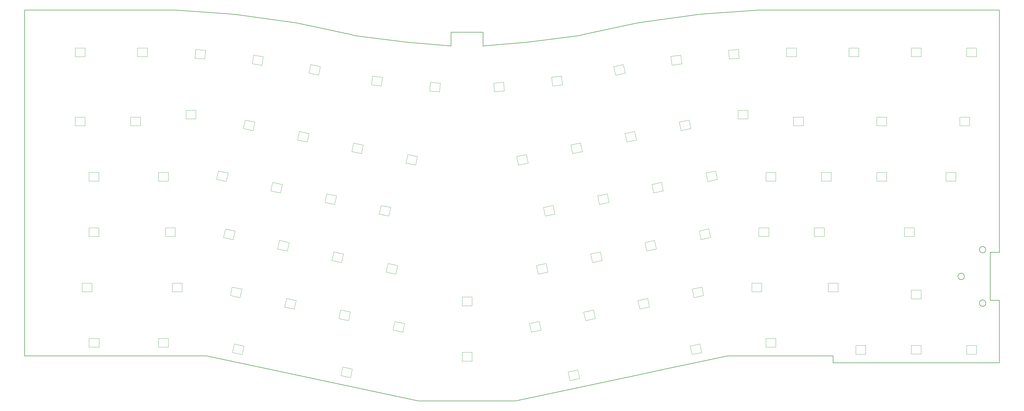
<source format=gbr>
%TF.GenerationSoftware,KiCad,Pcbnew,7.0.10*%
%TF.CreationDate,2024-01-28T19:05:54+01:00*%
%TF.ProjectId,Wonderland,576f6e64-6572-46c6-916e-642e6b696361,rev?*%
%TF.SameCoordinates,Original*%
%TF.FileFunction,Profile,NP*%
%FSLAX46Y46*%
G04 Gerber Fmt 4.6, Leading zero omitted, Abs format (unit mm)*
G04 Created by KiCad (PCBNEW 7.0.10) date 2024-01-28 19:05:54*
%MOMM*%
%LPD*%
G01*
G04 APERTURE LIST*
%TA.AperFunction,Profile*%
%ADD10C,0.200000*%
%TD*%
%TA.AperFunction,Profile*%
%ADD11C,0.120000*%
%TD*%
G04 APERTURE END LIST*
D10*
X274767384Y-133023528D02*
X275267384Y-133023528D01*
X213314991Y-123220069D02*
X215137378Y-123359057D01*
X386982251Y-240907303D02*
X384061141Y-240907303D01*
X202007535Y-240907303D02*
X178195035Y-240907303D01*
X396507251Y-121844803D02*
X415557251Y-121844803D01*
X354987802Y-126010305D02*
X373852409Y-123359057D01*
X474319751Y-221772928D02*
X477469751Y-221772928D01*
X173432535Y-121844803D02*
X192482535Y-121844803D01*
X234001984Y-126010305D02*
X235811455Y-126241200D01*
X458419751Y-121844803D02*
X477469751Y-121844803D01*
X410794751Y-240907303D02*
X386982251Y-240907303D01*
X204928645Y-240907303D02*
X226549421Y-245502941D01*
X288994893Y-129479169D02*
X288994893Y-134224530D01*
X142476285Y-240907303D02*
X154382535Y-240907303D01*
X334544620Y-130201917D02*
X353178332Y-126241200D01*
X353178332Y-126241200D02*
X354987802Y-126010305D01*
X474319751Y-221772928D02*
X474319751Y-205272928D01*
X353123509Y-247483300D02*
X362440365Y-245502941D01*
X142476285Y-221857303D02*
X142476285Y-240907303D01*
X439369751Y-243288553D02*
X420319751Y-243288553D01*
X472819753Y-204322929D02*
G75*
G03*
X470619751Y-204322929I-1100001J0D01*
G01*
X470619751Y-204322929D02*
G75*
G03*
X472819753Y-204322929I1100001J0D01*
G01*
X275267384Y-133023528D02*
X288994893Y-134224530D01*
X254445166Y-130201917D02*
X255859380Y-130701917D01*
X472819752Y-222722926D02*
G75*
G03*
X470619750Y-222722926I-1100001J0D01*
G01*
X470619750Y-222722926D02*
G75*
G03*
X472819752Y-222722926I1100001J0D01*
G01*
X277792128Y-256394914D02*
X226549421Y-245502941D01*
X333130406Y-130701917D02*
X334544620Y-130201917D01*
X235811455Y-126241200D02*
X254445166Y-130201917D01*
X477469751Y-121844803D02*
X477469751Y-140894803D01*
X314222402Y-133023528D02*
X333130406Y-130701917D01*
X194311396Y-121891208D02*
X213314991Y-123220069D01*
X477469751Y-221772928D02*
X477469751Y-243288553D01*
X394678390Y-121891208D02*
X396507251Y-121844803D01*
X255859380Y-130701917D02*
X274767384Y-133023528D01*
X477469751Y-205272928D02*
X477469751Y-140894803D01*
X477469751Y-243288553D02*
X458419751Y-243288553D01*
X288994893Y-129479169D02*
X299994893Y-129479169D01*
X171051285Y-121844803D02*
X173432535Y-121844803D01*
X474319751Y-205272928D02*
X477469751Y-205272928D01*
X439369751Y-121844803D02*
X458419751Y-121844803D01*
X465469751Y-213522928D02*
G75*
G03*
X463269751Y-213522928I-1100000J0D01*
G01*
X463269751Y-213522928D02*
G75*
G03*
X465469751Y-213522928I1100000J0D01*
G01*
X202007535Y-240907303D02*
X204928645Y-240907303D01*
X417938501Y-121844803D02*
X436988501Y-121844803D01*
X142476285Y-121844803D02*
X142476285Y-202807303D01*
X299994893Y-134224530D02*
X313722402Y-133023528D01*
X420319751Y-240907303D02*
X420319751Y-243288553D01*
X192482535Y-121844803D02*
X194311396Y-121891208D01*
X142476285Y-221857303D02*
X142476285Y-202807303D01*
X353123509Y-247483300D02*
X311197658Y-256394914D01*
X458419751Y-243288553D02*
X439369751Y-243288553D01*
X313722402Y-133023528D02*
X314222402Y-133023528D01*
X436988501Y-121844803D02*
X439369751Y-121844803D01*
X373852409Y-123359057D02*
X375674795Y-123220069D01*
X375674795Y-123220069D02*
X394678390Y-121891208D01*
X277792128Y-256394914D02*
X311197658Y-256394914D01*
X152001285Y-121844803D02*
X142476285Y-121844803D01*
X410794751Y-240907303D02*
X420319751Y-240907303D01*
X362440365Y-245502941D02*
X384061141Y-240907303D01*
X152001285Y-121844803D02*
X171051285Y-121844803D01*
X415557251Y-121844803D02*
X417938501Y-121844803D01*
X299994893Y-129479169D02*
X299994893Y-134224530D01*
X178195035Y-240907303D02*
X154382535Y-240907303D01*
X215137378Y-123359057D02*
X234001984Y-126010305D01*
D11*
%TO.C,RGBF7*%
X428145000Y-237265000D02*
X431545000Y-237265000D01*
X428145000Y-240265000D02*
X428145000Y-237265000D01*
X431545000Y-237265000D02*
X431545000Y-240265000D01*
X431545000Y-240265000D02*
X428145000Y-240265000D01*
%TO.C,RGBE8*%
X334600282Y-225791228D02*
X337925983Y-225084329D01*
X335224017Y-228725671D02*
X334600282Y-225791228D01*
X337925983Y-225084329D02*
X338549718Y-228018772D01*
X338549718Y-228018772D02*
X335224017Y-228725671D01*
%TO.C,RGBA3*%
X221075971Y-137344448D02*
X224442882Y-137817636D01*
X220658452Y-140315252D02*
X221075971Y-137344448D01*
X224442882Y-137817636D02*
X224025363Y-140788440D01*
X224025363Y-140788440D02*
X220658452Y-140315252D01*
%TO.C,RGBC6*%
X320731939Y-189785014D02*
X324057640Y-189078115D01*
X321355674Y-192719457D02*
X320731939Y-189785014D01*
X324057640Y-189078115D02*
X324681375Y-192012558D01*
X324681375Y-192012558D02*
X321355674Y-192719457D01*
%TO.C,RGBF1*%
X188405000Y-234875000D02*
X191805000Y-234875000D01*
X188405000Y-237875000D02*
X188405000Y-234875000D01*
X191805000Y-234875000D02*
X191805000Y-237875000D01*
X191805000Y-237875000D02*
X188405000Y-237875000D01*
%TO.C,RGBD11*%
X394805000Y-196785000D02*
X398205000Y-196785000D01*
X394805000Y-199785000D02*
X394805000Y-196785000D01*
X398205000Y-196785000D02*
X398205000Y-199785000D01*
X398205000Y-199785000D02*
X394805000Y-199785000D01*
%TO.C,RGBA10*%
X364552785Y-137816192D02*
X367919696Y-137343004D01*
X364970304Y-140786996D02*
X364552785Y-137816192D01*
X367919696Y-137343004D02*
X368337215Y-140313808D01*
X368337215Y-140313808D02*
X364970304Y-140786996D01*
%TO.C,RGBF3*%
X251763807Y-244697765D02*
X255089508Y-245404664D01*
X251140072Y-247632208D02*
X251763807Y-244697765D01*
X255089508Y-245404664D02*
X254465773Y-248339107D01*
X254465773Y-248339107D02*
X251140072Y-247632208D01*
%TO.C,RGBA5*%
X262030476Y-144579003D02*
X265405132Y-144993359D01*
X261664868Y-147556641D02*
X262030476Y-144579003D01*
X265405132Y-144993359D02*
X265039524Y-147970997D01*
X265039524Y-147970997D02*
X261664868Y-147556641D01*
%TO.C,RGBF10*%
X447195000Y-134865000D02*
X450595000Y-134865000D01*
X447195000Y-137865000D02*
X447195000Y-134865000D01*
X450595000Y-134865000D02*
X450595000Y-137865000D01*
X450595000Y-137865000D02*
X447195000Y-137865000D01*
%TO.C,RGBA11*%
X384394506Y-135667240D02*
X387786224Y-135430068D01*
X384603776Y-138659932D02*
X384394506Y-135667240D01*
X387786224Y-135430068D02*
X387995494Y-138422760D01*
X387995494Y-138422760D02*
X384603776Y-138659932D01*
%TO.C,RGBB8*%
X330171939Y-168295014D02*
X333497640Y-167588115D01*
X330795674Y-171229457D02*
X330171939Y-168295014D01*
X333497640Y-167588115D02*
X334121375Y-170522558D01*
X334121375Y-170522558D02*
X330795674Y-171229457D01*
%TO.C,RGBA9*%
X344911939Y-141315013D02*
X348237640Y-140608114D01*
X345535674Y-144249456D02*
X344911939Y-141315013D01*
X348237640Y-140608114D02*
X348861375Y-143542557D01*
X348861375Y-143542557D02*
X345535674Y-144249456D01*
%TO.C,RGBB13*%
X435295000Y-158675000D02*
X438695000Y-158675000D01*
X435295000Y-161675000D02*
X435295000Y-158675000D01*
X438695000Y-158675000D02*
X438695000Y-161675000D01*
X438695000Y-161675000D02*
X435295000Y-161675000D01*
%TO.C,RGBB10*%
X367441939Y-160375014D02*
X370767640Y-159668115D01*
X368065674Y-163309457D02*
X367441939Y-160375014D01*
X370767640Y-159668115D02*
X371391375Y-162602558D01*
X371391375Y-162602558D02*
X368065674Y-163309457D01*
%TO.C,RGBC1*%
X188405000Y-177735000D02*
X191805000Y-177735000D01*
X188405000Y-180735000D02*
X188405000Y-177735000D01*
X191805000Y-177735000D02*
X191805000Y-180735000D01*
X191805000Y-180735000D02*
X188405000Y-180735000D01*
%TO.C,RGBD12*%
X413855000Y-196765000D02*
X417255000Y-196765000D01*
X413855000Y-199765000D02*
X413855000Y-196765000D01*
X417255000Y-196765000D02*
X417255000Y-199765000D01*
X417255000Y-199765000D02*
X413855000Y-199765000D01*
%TO.C,RGBB1*%
X178875000Y-158665000D02*
X182275000Y-158665000D01*
X178875000Y-161665000D02*
X178875000Y-158665000D01*
X182275000Y-158665000D02*
X182275000Y-161665000D01*
X182275000Y-161665000D02*
X178875000Y-161665000D01*
%TO.C,RGBB0*%
X159825000Y-158685000D02*
X163225000Y-158685000D01*
X159825000Y-161685000D02*
X159825000Y-158685000D01*
X163225000Y-158685000D02*
X163225000Y-161685000D01*
X163225000Y-161685000D02*
X159825000Y-161685000D01*
%TO.C,RGBD4*%
X248683807Y-205087765D02*
X252009508Y-205794664D01*
X248060072Y-208022208D02*
X248683807Y-205087765D01*
X252009508Y-205794664D02*
X251385773Y-208729107D01*
X251385773Y-208729107D02*
X248060072Y-208022208D01*
%TO.C,RGBE5*%
X269693807Y-229047765D02*
X273019508Y-229754664D01*
X269070072Y-231982208D02*
X269693807Y-229047765D01*
X273019508Y-229754664D02*
X272395773Y-232689107D01*
X272395773Y-232689107D02*
X269070072Y-231982208D01*
%TO.C,RGBF6*%
X397195000Y-234885000D02*
X400595000Y-234885000D01*
X397195000Y-237885000D02*
X397195000Y-234885000D01*
X400595000Y-234885000D02*
X400595000Y-237885000D01*
X400595000Y-237885000D02*
X397195000Y-237885000D01*
%TO.C,RGBD7*%
X318351939Y-209765014D02*
X321677640Y-209058115D01*
X318975674Y-212699457D02*
X318351939Y-209765014D01*
X321677640Y-209058115D02*
X322301375Y-211992558D01*
X322301375Y-211992558D02*
X318975674Y-212699457D01*
%TO.C,RGBB6*%
X274124017Y-171554329D02*
X277449718Y-172261228D01*
X273500282Y-174488772D02*
X274124017Y-171554329D01*
X277449718Y-172261228D02*
X276825983Y-175195671D01*
X276825983Y-175195671D02*
X273500282Y-174488772D01*
%TO.C,RGBF11*%
X466245000Y-134875000D02*
X469645000Y-134875000D01*
X466245000Y-137875000D02*
X466245000Y-134875000D01*
X469645000Y-134875000D02*
X469645000Y-137875000D01*
X469645000Y-137875000D02*
X466245000Y-137875000D01*
%TO.C,RGBF8*%
X447195000Y-237255000D02*
X450595000Y-237255000D01*
X447195000Y-240255000D02*
X447195000Y-237255000D01*
X450595000Y-237255000D02*
X450595000Y-240255000D01*
X450595000Y-240255000D02*
X447195000Y-240255000D01*
%TO.C,RGBE3*%
X232424017Y-221114329D02*
X235749718Y-221821228D01*
X231800282Y-224048772D02*
X232424017Y-221114329D01*
X235749718Y-221821228D02*
X235125983Y-224755671D01*
X235125983Y-224755671D02*
X231800282Y-224048772D01*
%TO.C,RGBD1*%
X190785000Y-196785000D02*
X194185000Y-196785000D01*
X190785000Y-199785000D02*
X190785000Y-196785000D01*
X194185000Y-196785000D02*
X194185000Y-199785000D01*
X194185000Y-199785000D02*
X190785000Y-199785000D01*
%TO.C,RGBF5*%
X371171939Y-237485014D02*
X374497640Y-236778115D01*
X371795674Y-240419457D02*
X371171939Y-237485014D01*
X374497640Y-236778115D02*
X375121375Y-239712558D01*
X375121375Y-239712558D02*
X371795674Y-240419457D01*
%TO.C,RGBB11*%
X387665000Y-156305000D02*
X391065000Y-156305000D01*
X387665000Y-159305000D02*
X387665000Y-156305000D01*
X391065000Y-156305000D02*
X391065000Y-159305000D01*
X391065000Y-159305000D02*
X387665000Y-159305000D01*
%TO.C,RGBE11*%
X392425000Y-215835000D02*
X395825000Y-215835000D01*
X392425000Y-218835000D02*
X392425000Y-215835000D01*
X395825000Y-215835000D02*
X395825000Y-218835000D01*
X395825000Y-218835000D02*
X392425000Y-218835000D01*
%TO.C,RGBB7*%
X311541939Y-172265014D02*
X314867640Y-171558115D01*
X312165674Y-175199457D02*
X311541939Y-172265014D01*
X314867640Y-171558115D02*
X315491375Y-174492558D01*
X315491375Y-174492558D02*
X312165674Y-175199457D01*
%TO.C,RGBE12*%
X418625000Y-215835000D02*
X422025000Y-215835000D01*
X418625000Y-218835000D02*
X418625000Y-215835000D01*
X422025000Y-215835000D02*
X422025000Y-218835000D01*
X422025000Y-218835000D02*
X418625000Y-218835000D01*
%TO.C,RGBA13*%
X425765000Y-134865000D02*
X429165000Y-134865000D01*
X425765000Y-137865000D02*
X425765000Y-134865000D01*
X429165000Y-134865000D02*
X429165000Y-137865000D01*
X429165000Y-137865000D02*
X425765000Y-137865000D01*
%TO.C,RGBB9*%
X348810282Y-164341228D02*
X352135983Y-163634329D01*
X349434017Y-167275671D02*
X348810282Y-164341228D01*
X352135983Y-163634329D02*
X352759718Y-166568772D01*
X352759718Y-166568772D02*
X349434017Y-167275671D01*
%TO.C,RGBE13*%
X447195000Y-218215000D02*
X450595000Y-218215000D01*
X447195000Y-221215000D02*
X447195000Y-218215000D01*
X450595000Y-218215000D02*
X450595000Y-221215000D01*
X450595000Y-221215000D02*
X447195000Y-221215000D01*
%TO.C,RGBC10*%
X397185000Y-177725000D02*
X400585000Y-177725000D01*
X397185000Y-180725000D02*
X397185000Y-177725000D01*
X400585000Y-177725000D02*
X400585000Y-180725000D01*
X400585000Y-180725000D02*
X397185000Y-180725000D01*
%TO.C,RGBF4*%
X329241939Y-246395014D02*
X332567640Y-245688115D01*
X329865674Y-249329457D02*
X329241939Y-246395014D01*
X332567640Y-245688115D02*
X333191375Y-248622558D01*
X333191375Y-248622558D02*
X329865674Y-249329457D01*
%TO.C,RGBD9*%
X355611939Y-201835014D02*
X358937640Y-201128115D01*
X356235674Y-204769457D02*
X355611939Y-201835014D01*
X358937640Y-201128115D02*
X359561375Y-204062558D01*
X359561375Y-204062558D02*
X356235674Y-204769457D01*
%TO.C,RGBC0*%
X164585000Y-177735000D02*
X167985000Y-177735000D01*
X164585000Y-180735000D02*
X164585000Y-177735000D01*
X167985000Y-177735000D02*
X167985000Y-180735000D01*
X167985000Y-180735000D02*
X164585000Y-180735000D01*
%TO.C,RGBC11*%
X416245000Y-177735000D02*
X419645000Y-177735000D01*
X416245000Y-180735000D02*
X416245000Y-177735000D01*
X419645000Y-177735000D02*
X419645000Y-180735000D01*
X419645000Y-180735000D02*
X416245000Y-180735000D01*
%TO.C,RGBA8*%
X323574868Y-144993359D02*
X326949524Y-144579003D01*
X323940476Y-147970997D02*
X323574868Y-144993359D01*
X326949524Y-144579003D02*
X327315132Y-147556641D01*
X327315132Y-147556641D02*
X323940476Y-147970997D01*
%TO.C,RGBA1*%
X181255000Y-134865000D02*
X184655000Y-134865000D01*
X181255000Y-137865000D02*
X181255000Y-134865000D01*
X184655000Y-134865000D02*
X184655000Y-137865000D01*
X184655000Y-137865000D02*
X181255000Y-137865000D01*
%TO.C,RGBC13*%
X459105000Y-177725000D02*
X462505000Y-177725000D01*
X459105000Y-180725000D02*
X459105000Y-177725000D01*
X462505000Y-177725000D02*
X462505000Y-180725000D01*
X462505000Y-180725000D02*
X459105000Y-180725000D01*
%TO.C,RGBD10*%
X374251939Y-197875014D02*
X377577640Y-197168115D01*
X374875674Y-200809457D02*
X374251939Y-197875014D01*
X377577640Y-197168115D02*
X378201375Y-200102558D01*
X378201375Y-200102558D02*
X374875674Y-200809457D01*
%TO.C,RGBF12*%
X463865000Y-158685000D02*
X467265000Y-158685000D01*
X463865000Y-161685000D02*
X463865000Y-158685000D01*
X467265000Y-158685000D02*
X467265000Y-161685000D01*
X467265000Y-161685000D02*
X463865000Y-161685000D01*
%TO.C,RGBA7*%
X303675805Y-146978265D02*
X307062867Y-146681935D01*
X303937273Y-149966849D02*
X303675805Y-146978265D01*
X307062867Y-146681935D02*
X307324335Y-149670519D01*
X307324335Y-149670519D02*
X303937273Y-149966849D01*
%TO.C,RGBE9*%
X353230282Y-221821228D02*
X356555983Y-221114329D01*
X353854017Y-224755671D02*
X353230282Y-221821228D01*
X356555983Y-221114329D02*
X357179718Y-224048772D01*
X357179718Y-224048772D02*
X353854017Y-224755671D01*
%TO.C,RGBE1*%
X193175000Y-215835000D02*
X196575000Y-215835000D01*
X193175000Y-218835000D02*
X193175000Y-215835000D01*
X196575000Y-215835000D02*
X196575000Y-218835000D01*
X196575000Y-218835000D02*
X193175000Y-218835000D01*
%TO.C,RGBC2*%
X209034017Y-177194329D02*
X212359718Y-177901228D01*
X208410282Y-180128772D02*
X209034017Y-177194329D01*
X212359718Y-177901228D02*
X211735983Y-180835671D01*
X211735983Y-180835671D02*
X208410282Y-180128772D01*
%TO.C,RGBC5*%
X264934017Y-189074329D02*
X268259718Y-189781228D01*
X264310282Y-192008772D02*
X264934017Y-189074329D01*
X268259718Y-189781228D02*
X267635983Y-192715671D01*
X267635983Y-192715671D02*
X264310282Y-192008772D01*
%TO.C,RGBD8*%
X336980282Y-205801228D02*
X340305983Y-205094329D01*
X337604017Y-208735671D02*
X336980282Y-205801228D01*
X340305983Y-205094329D02*
X340929718Y-208028772D01*
X340929718Y-208028772D02*
X337604017Y-208735671D01*
%TO.C,RGBB3*%
X218224017Y-159664329D02*
X221549718Y-160371228D01*
X217600282Y-162598772D02*
X218224017Y-159664329D01*
X221549718Y-160371228D02*
X220925983Y-163305671D01*
X220925983Y-163305671D02*
X217600282Y-162598772D01*
%TO.C,RGBF0*%
X164595000Y-234865000D02*
X167995000Y-234865000D01*
X164595000Y-237865000D02*
X164595000Y-234865000D01*
X167995000Y-234865000D02*
X167995000Y-237865000D01*
X167995000Y-237865000D02*
X164595000Y-237865000D01*
%TO.C,RGBA0*%
X159815000Y-134865000D02*
X163215000Y-134865000D01*
X159815000Y-137865000D02*
X159815000Y-134865000D01*
X163215000Y-134865000D02*
X163215000Y-137865000D01*
X163215000Y-137865000D02*
X159815000Y-137865000D01*
%TO.C,RGBE0*%
X162205000Y-215835000D02*
X165605000Y-215835000D01*
X162205000Y-218835000D02*
X162205000Y-215835000D01*
X165605000Y-215835000D02*
X165605000Y-218835000D01*
X165605000Y-218835000D02*
X162205000Y-218835000D01*
%TO.C,RGBC3*%
X227663807Y-181157765D02*
X230989508Y-181864664D01*
X227040072Y-184092208D02*
X227663807Y-181157765D01*
X230989508Y-181864664D02*
X230365773Y-184799107D01*
X230365773Y-184799107D02*
X227040072Y-184092208D01*
%TO.C,RGBE4*%
X251064017Y-225074329D02*
X254389718Y-225781228D01*
X250440282Y-228008772D02*
X251064017Y-225074329D01*
X254389718Y-225781228D02*
X253765983Y-228715671D01*
X253765983Y-228715671D02*
X250440282Y-228008772D01*
%TO.C,RGBC12*%
X435295000Y-177735000D02*
X438695000Y-177735000D01*
X435295000Y-180735000D02*
X435295000Y-177735000D01*
X438695000Y-177735000D02*
X438695000Y-180735000D01*
X438695000Y-180735000D02*
X435295000Y-180735000D01*
%TO.C,RGBF9*%
X466245000Y-237265000D02*
X469645000Y-237265000D01*
X466245000Y-240265000D02*
X466245000Y-237265000D01*
X469645000Y-237265000D02*
X469645000Y-240265000D01*
X469645000Y-240265000D02*
X466245000Y-240265000D01*
%TO.C,RGBD0*%
X164585000Y-196785000D02*
X167985000Y-196785000D01*
X164585000Y-199785000D02*
X164585000Y-196785000D01*
X167985000Y-196785000D02*
X167985000Y-199785000D01*
X167985000Y-199785000D02*
X164585000Y-199785000D01*
%TO.C,RGBC7*%
X339360282Y-185821228D02*
X342685983Y-185114329D01*
X339984017Y-188755671D02*
X339360282Y-185821228D01*
X342685983Y-185114329D02*
X343309718Y-188048772D01*
X343309718Y-188048772D02*
X339984017Y-188755671D01*
%TO.C,RGBE10*%
X371870282Y-217861228D02*
X375195983Y-217154329D01*
X372494017Y-220795671D02*
X371870282Y-217861228D01*
X375195983Y-217154329D02*
X375819718Y-220088772D01*
X375819718Y-220088772D02*
X372494017Y-220795671D01*
%TO.C,RGBA12*%
X404325000Y-134865000D02*
X407725000Y-134865000D01*
X404325000Y-137865000D02*
X404325000Y-134865000D01*
X407725000Y-134865000D02*
X407725000Y-137865000D01*
X407725000Y-137865000D02*
X404325000Y-137865000D01*
%TO.C,RGBC9*%
X376630282Y-177901228D02*
X379955983Y-177194329D01*
X377254017Y-180835671D02*
X376630282Y-177901228D01*
X379955983Y-177194329D02*
X380579718Y-180128772D01*
X380579718Y-180128772D02*
X377254017Y-180835671D01*
%TO.C,RGBA2*%
X201194135Y-135420254D02*
X204585853Y-135657426D01*
X200984865Y-138412946D02*
X201194135Y-135420254D01*
X204585853Y-135657426D02*
X204376583Y-138650118D01*
X204376583Y-138650118D02*
X200984865Y-138412946D01*
%TO.C,RGBB4*%
X236863807Y-163637765D02*
X240189508Y-164344664D01*
X236240072Y-166572208D02*
X236863807Y-163637765D01*
X240189508Y-164344664D02*
X239565773Y-167279107D01*
X239565773Y-167279107D02*
X236240072Y-166572208D01*
%TO.C,RGBC8*%
X358001939Y-181855014D02*
X361327640Y-181148115D01*
X358625674Y-184789457D02*
X358001939Y-181855014D01*
X361327640Y-181148115D02*
X361951375Y-184082558D01*
X361951375Y-184082558D02*
X358625674Y-184789457D01*
%TO.C,RGBB5*%
X255493807Y-167597765D02*
X258819508Y-168304664D01*
X254870072Y-170532208D02*
X255493807Y-167597765D01*
X258819508Y-168304664D02*
X258195773Y-171239107D01*
X258195773Y-171239107D02*
X254870072Y-170532208D01*
%TO.C,RGBB2*%
X197925000Y-156295000D02*
X201325000Y-156295000D01*
X197925000Y-159295000D02*
X197925000Y-156295000D01*
X201325000Y-156295000D02*
X201325000Y-159295000D01*
X201325000Y-159295000D02*
X197925000Y-159295000D01*
%TO.C,RGBF2*%
X214493807Y-236777765D02*
X217819508Y-237484664D01*
X213870072Y-239712208D02*
X214493807Y-236777765D01*
X217819508Y-237484664D02*
X217195773Y-240419107D01*
X217195773Y-240419107D02*
X213870072Y-239712208D01*
%TO.C,RGBE7*%
X315970282Y-229741228D02*
X319295983Y-229034329D01*
X316594017Y-232675671D02*
X315970282Y-229741228D01*
X319295983Y-229034329D02*
X319919718Y-231968772D01*
X319919718Y-231968772D02*
X316594017Y-232675671D01*
%TO.C,RGBD5*%
X267313807Y-209057765D02*
X270639508Y-209764664D01*
X266690072Y-211992208D02*
X267313807Y-209057765D01*
X270639508Y-209764664D02*
X270015773Y-212699107D01*
X270015773Y-212699107D02*
X266690072Y-211992208D01*
%TO.C,RGBB12*%
X406725000Y-158685000D02*
X410125000Y-158685000D01*
X406725000Y-161685000D02*
X406725000Y-158685000D01*
X410125000Y-158685000D02*
X410125000Y-161685000D01*
X410125000Y-161685000D02*
X406725000Y-161685000D01*
%TO.C,RGBA6*%
X281932203Y-146682543D02*
X285319265Y-146978873D01*
X281670735Y-149671127D02*
X281932203Y-146682543D01*
X285319265Y-146978873D02*
X285057797Y-149967457D01*
X285057797Y-149967457D02*
X281670735Y-149671127D01*
%TO.C,RGBD13*%
X444815000Y-196775000D02*
X448215000Y-196775000D01*
X444815000Y-199775000D02*
X444815000Y-196775000D01*
X448215000Y-196775000D02*
X448215000Y-199775000D01*
X448215000Y-199775000D02*
X444815000Y-199775000D01*
%TO.C,RGBD2*%
X211423807Y-197177765D02*
X214749508Y-197884664D01*
X210800072Y-200112208D02*
X211423807Y-197177765D01*
X214749508Y-197884664D02*
X214125773Y-200819107D01*
X214125773Y-200819107D02*
X210800072Y-200112208D01*
%TO.C,RGBE6*%
X292790000Y-239635000D02*
X296190000Y-239635000D01*
X292790000Y-242635000D02*
X292790000Y-239635000D01*
X296190000Y-239635000D02*
X296190000Y-242635000D01*
X296190000Y-242635000D02*
X292790000Y-242635000D01*
%TO.C,RGBD6*%
X292795000Y-220595000D02*
X296195000Y-220595000D01*
X292795000Y-223595000D02*
X292795000Y-220595000D01*
X296195000Y-220595000D02*
X296195000Y-223595000D01*
X296195000Y-223595000D02*
X292795000Y-223595000D01*
%TO.C,RGBA4*%
X240764017Y-140604329D02*
X244089718Y-141311228D01*
X240140282Y-143538772D02*
X240764017Y-140604329D01*
X244089718Y-141311228D02*
X243465983Y-144245671D01*
X243465983Y-144245671D02*
X240140282Y-143538772D01*
%TO.C,RGBD3*%
X230043807Y-201127765D02*
X233369508Y-201834664D01*
X229420072Y-204062208D02*
X230043807Y-201127765D01*
X233369508Y-201834664D02*
X232745773Y-204769107D01*
X232745773Y-204769107D02*
X229420072Y-204062208D01*
%TO.C,RGBE2*%
X213794017Y-217154329D02*
X217119718Y-217861228D01*
X213170282Y-220088772D02*
X213794017Y-217154329D01*
X217119718Y-217861228D02*
X216495983Y-220795671D01*
X216495983Y-220795671D02*
X213170282Y-220088772D01*
%TO.C,RGBC4*%
X246304017Y-185114329D02*
X249629718Y-185821228D01*
X245680282Y-188048772D02*
X246304017Y-185114329D01*
X249629718Y-185821228D02*
X249005983Y-188755671D01*
X249005983Y-188755671D02*
X245680282Y-188048772D01*
%TD*%
M02*

</source>
